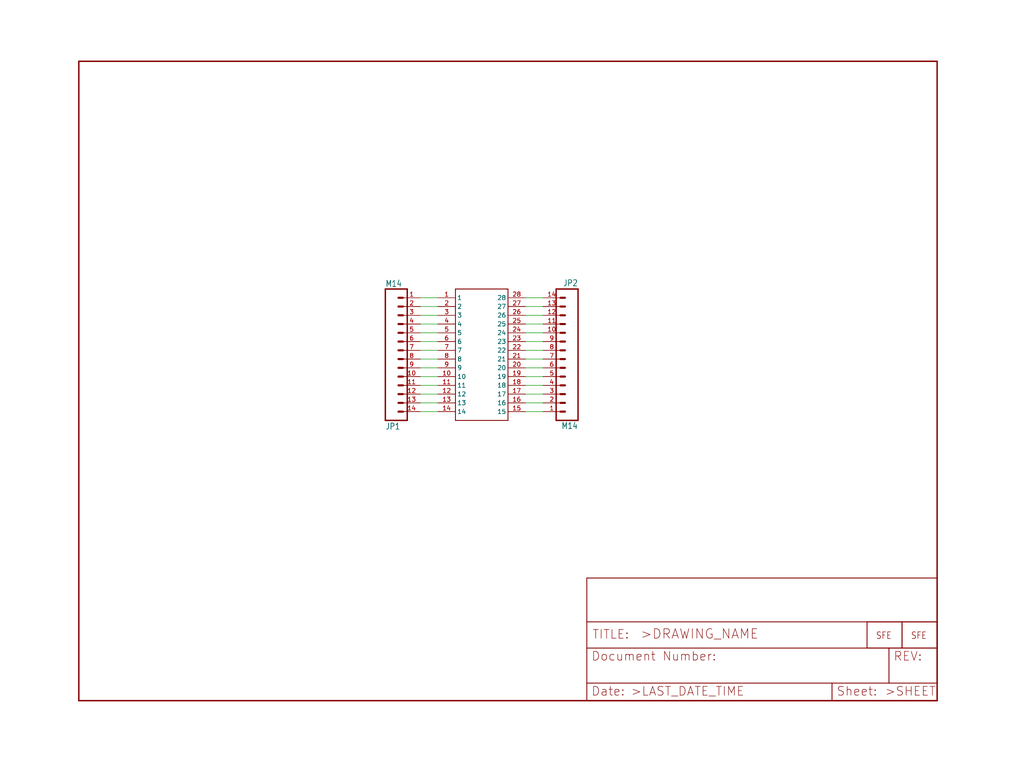
<source format=kicad_sch>
(kicad_sch (version 20211123) (generator eeschema)
  (paper "User" 297.002 223.926)
  (lib_symbols
    (symbol "eagleSchem-eagle-import:FRAME-LETTER"
      (symbol "FRAME-LETTER_1_0"
        (polyline (pts (xy 0 0) (xy 248.92 0)) (stroke (width 0.4064)))
        (polyline (pts (xy 0 185.42) (xy 0 0)) (stroke (width 0.4064)))
        (polyline (pts (xy 0 185.42) (xy 248.92 185.42)) (stroke (width 0.4064)))
        (polyline (pts (xy 248.92 185.42) (xy 248.92 0)) (stroke (width 0.4064)))
      )
      (symbol "FRAME-LETTER_2_0"
        (polyline (pts (xy 0 0) (xy 0 5.08)) (stroke (width 0.254)))
        (polyline (pts (xy 0 0) (xy 71.12 0)) (stroke (width 0.254)))
        (polyline (pts (xy 0 5.08) (xy 0 15.24)) (stroke (width 0.254)))
        (polyline (pts (xy 0 5.08) (xy 71.12 5.08)) (stroke (width 0.254)))
        (polyline (pts (xy 0 15.24) (xy 0 22.86)) (stroke (width 0.254)))
        (polyline (pts (xy 0 22.86) (xy 0 35.56)) (stroke (width 0.254)))
        (polyline (pts (xy 0 22.86) (xy 101.6 22.86)) (stroke (width 0.254)))
        (polyline (pts (xy 71.12 0) (xy 101.6 0)) (stroke (width 0.254)))
        (polyline (pts (xy 71.12 5.08) (xy 71.12 0)) (stroke (width 0.254)))
        (polyline (pts (xy 71.12 5.08) (xy 87.63 5.08)) (stroke (width 0.254)))
        (polyline (pts (xy 87.63 5.08) (xy 101.6 5.08)) (stroke (width 0.254)))
        (polyline (pts (xy 87.63 15.24) (xy 0 15.24)) (stroke (width 0.254)))
        (polyline (pts (xy 87.63 15.24) (xy 87.63 5.08)) (stroke (width 0.254)))
        (polyline (pts (xy 101.6 5.08) (xy 101.6 0)) (stroke (width 0.254)))
        (polyline (pts (xy 101.6 15.24) (xy 87.63 15.24)) (stroke (width 0.254)))
        (polyline (pts (xy 101.6 15.24) (xy 101.6 5.08)) (stroke (width 0.254)))
        (polyline (pts (xy 101.6 22.86) (xy 101.6 15.24)) (stroke (width 0.254)))
        (polyline (pts (xy 101.6 35.56) (xy 0 35.56)) (stroke (width 0.254)))
        (polyline (pts (xy 101.6 35.56) (xy 101.6 22.86)) (stroke (width 0.254)))
        (text ">DRAWING_NAME" (at 15.494 17.78 0) (effects (font (size 2.7432 2.7432)) (justify left bottom)))
        (text ">LAST_DATE_TIME" (at 12.7 1.27 0) (effects (font (size 2.54 2.54)) (justify left bottom)))
        (text ">SHEET" (at 86.36 1.27 0) (effects (font (size 2.54 2.54)) (justify left bottom)))
        (text "Date:" (at 1.27 1.27 0) (effects (font (size 2.54 2.54)) (justify left bottom)))
        (text "Document Number:" (at 1.27 11.43 0) (effects (font (size 2.54 2.54)) (justify left bottom)))
        (text "REV:" (at 88.9 11.43 0) (effects (font (size 2.54 2.54)) (justify left bottom)))
        (text "Sheet:" (at 72.39 1.27 0) (effects (font (size 2.54 2.54)) (justify left bottom)))
        (text "TITLE:" (at 1.524 17.78 0) (effects (font (size 2.54 2.54)) (justify left bottom)))
      )
    )
    (symbol "eagleSchem-eagle-import:LOGO-SFENEW"
      (symbol "LOGO-SFENEW_1_0"
        (polyline (pts (xy -2.54 -2.54) (xy 7.62 -2.54)) (stroke (width 0.254)))
        (polyline (pts (xy -2.54 5.08) (xy -2.54 -2.54)) (stroke (width 0.254)))
        (polyline (pts (xy 7.62 -2.54) (xy 7.62 5.08)) (stroke (width 0.254)))
        (polyline (pts (xy 7.62 5.08) (xy -2.54 5.08)) (stroke (width 0.254)))
        (text "SFE" (at 0 0 0) (effects (font (size 1.9304 1.6408)) (justify left bottom)))
      )
    )
    (symbol "eagleSchem-eagle-import:LOGO-SFESK"
      (symbol "LOGO-SFESK_1_0"
        (polyline (pts (xy -2.54 -2.54) (xy 7.62 -2.54)) (stroke (width 0.254)))
        (polyline (pts (xy -2.54 5.08) (xy -2.54 -2.54)) (stroke (width 0.254)))
        (polyline (pts (xy 7.62 -2.54) (xy 7.62 5.08)) (stroke (width 0.254)))
        (polyline (pts (xy 7.62 5.08) (xy -2.54 5.08)) (stroke (width 0.254)))
        (text "SFE" (at 0 0 0) (effects (font (size 1.9304 1.6408)) (justify left bottom)))
      )
    )
    (symbol "eagleSchem-eagle-import:M14"
      (property "Reference" "JP" (at 0 18.542 0))
      (property "Value" "M14" (at 0 -22.86 0))
      (symbol "M14_1_0"
        (polyline (pts (xy 0 17.78) (xy 0 -20.32)) (stroke (width 0.4064)))
        (polyline (pts (xy 0 17.78) (xy 6.35 17.78)) (stroke (width 0.4064)))
        (polyline (pts (xy 3.81 -17.78) (xy 5.08 -17.78)) (stroke (width 0.6096)))
        (polyline (pts (xy 3.81 -15.24) (xy 5.08 -15.24)) (stroke (width 0.6096)))
        (polyline (pts (xy 3.81 -12.7) (xy 5.08 -12.7)) (stroke (width 0.6096)))
        (polyline (pts (xy 3.81 -10.16) (xy 5.08 -10.16)) (stroke (width 0.6096)))
        (polyline (pts (xy 3.81 -7.62) (xy 5.08 -7.62)) (stroke (width 0.6096)))
        (polyline (pts (xy 3.81 -5.08) (xy 5.08 -5.08)) (stroke (width 0.6096)))
        (polyline (pts (xy 3.81 -2.54) (xy 5.08 -2.54)) (stroke (width 0.6096)))
        (polyline (pts (xy 3.81 0) (xy 5.08 0)) (stroke (width 0.6096)))
        (polyline (pts (xy 3.81 2.54) (xy 5.08 2.54)) (stroke (width 0.6096)))
        (polyline (pts (xy 3.81 5.08) (xy 5.08 5.08)) (stroke (width 0.6096)))
        (polyline (pts (xy 3.81 7.62) (xy 5.08 7.62)) (stroke (width 0.6096)))
        (polyline (pts (xy 3.81 10.16) (xy 5.08 10.16)) (stroke (width 0.6096)))
        (polyline (pts (xy 3.81 12.7) (xy 5.08 12.7)) (stroke (width 0.6096)))
        (polyline (pts (xy 3.81 15.24) (xy 5.08 15.24)) (stroke (width 0.6096)))
        (polyline (pts (xy 6.35 -20.32) (xy 0 -20.32)) (stroke (width 0.4064)))
        (polyline (pts (xy 6.35 -20.32) (xy 6.35 17.78)) (stroke (width 0.4064)))
        (pin passive line (at 10.16 -17.78 180) (length 5.08) (name "1") (number "1"))
        (pin passive line (at 10.16 5.08 180) (length 5.08) (name "10") (number "10"))
        (pin passive line (at 10.16 7.62 180) (length 5.08) (name "11") (number "11"))
        (pin passive line (at 10.16 10.16 180) (length 5.08) (name "12") (number "12"))
        (pin passive line (at 10.16 12.7 180) (length 5.08) (name "13") (number "13"))
        (pin passive line (at 10.16 15.24 180) (length 5.08) (name "14") (number "14"))
        (pin passive line (at 10.16 -15.24 180) (length 5.08) (name "2") (number "2"))
        (pin passive line (at 10.16 -12.7 180) (length 5.08) (name "3") (number "3"))
        (pin passive line (at 10.16 -10.16 180) (length 5.08) (name "4") (number "4"))
        (pin passive line (at 10.16 -7.62 180) (length 5.08) (name "5") (number "5"))
        (pin passive line (at 10.16 -5.08 180) (length 5.08) (name "6") (number "6"))
        (pin passive line (at 10.16 -2.54 180) (length 5.08) (name "7") (number "7"))
        (pin passive line (at 10.16 0 180) (length 5.08) (name "8") (number "8"))
        (pin passive line (at 10.16 2.54 180) (length 5.08) (name "9") (number "9"))
      )
    )
    (symbol "eagleSchem-eagle-import:SSOP28"
      (symbol "SSOP28_1_0"
        (polyline (pts (xy -7.62 -20.32) (xy -7.62 17.78)) (stroke (width 0.254)))
        (polyline (pts (xy -7.62 17.78) (xy 7.62 17.78)) (stroke (width 0.254)))
        (polyline (pts (xy 7.62 -20.32) (xy -7.62 -20.32)) (stroke (width 0.254)))
        (polyline (pts (xy 7.62 17.78) (xy 7.62 -20.32)) (stroke (width 0.254)))
        (pin bidirectional line (at -12.7 15.24 0) (length 5.08) (name "1") (number "1"))
        (pin bidirectional line (at -12.7 -7.62 0) (length 5.08) (name "10") (number "10"))
        (pin bidirectional line (at -12.7 -10.16 0) (length 5.08) (name "11") (number "11"))
        (pin bidirectional line (at -12.7 -12.7 0) (length 5.08) (name "12") (number "12"))
        (pin bidirectional line (at -12.7 -15.24 0) (length 5.08) (name "13") (number "13"))
        (pin bidirectional line (at -12.7 -17.78 0) (length 5.08) (name "14") (number "14"))
        (pin bidirectional line (at 12.7 -17.78 180) (length 5.08) (name "15") (number "15"))
        (pin bidirectional line (at 12.7 -15.24 180) (length 5.08) (name "16") (number "16"))
        (pin bidirectional line (at 12.7 -12.7 180) (length 5.08) (name "17") (number "17"))
        (pin bidirectional line (at 12.7 -10.16 180) (length 5.08) (name "18") (number "18"))
        (pin bidirectional line (at 12.7 -7.62 180) (length 5.08) (name "19") (number "19"))
        (pin bidirectional line (at -12.7 12.7 0) (length 5.08) (name "2") (number "2"))
        (pin bidirectional line (at 12.7 -5.08 180) (length 5.08) (name "20") (number "20"))
        (pin bidirectional line (at 12.7 -2.54 180) (length 5.08) (name "21") (number "21"))
        (pin bidirectional line (at 12.7 0 180) (length 5.08) (name "22") (number "22"))
        (pin bidirectional line (at 12.7 2.54 180) (length 5.08) (name "23") (number "23"))
        (pin bidirectional line (at 12.7 5.08 180) (length 5.08) (name "24") (number "24"))
        (pin bidirectional line (at 12.7 7.62 180) (length 5.08) (name "25") (number "25"))
        (pin bidirectional line (at 12.7 10.16 180) (length 5.08) (name "26") (number "26"))
        (pin bidirectional line (at 12.7 12.7 180) (length 5.08) (name "27") (number "27"))
        (pin bidirectional line (at 12.7 15.24 180) (length 5.08) (name "28") (number "28"))
        (pin bidirectional line (at -12.7 10.16 0) (length 5.08) (name "3") (number "3"))
        (pin bidirectional line (at -12.7 7.62 0) (length 5.08) (name "4") (number "4"))
        (pin bidirectional line (at -12.7 5.08 0) (length 5.08) (name "5") (number "5"))
        (pin bidirectional line (at -12.7 2.54 0) (length 5.08) (name "6") (number "6"))
        (pin bidirectional line (at -12.7 0 0) (length 5.08) (name "7") (number "7"))
        (pin bidirectional line (at -12.7 -2.54 0) (length 5.08) (name "8") (number "8"))
        (pin bidirectional line (at -12.7 -5.08 0) (length 5.08) (name "9") (number "9"))
      )
    )
  )
  (wire (pts (xy 157.48 111.76) (xy 152.4 111.76)))
  (wire (pts (xy 157.48 104.14) (xy 152.4 104.14)))
  (wire (pts (xy 121.92 114.3) (xy 127 114.3)))
  (wire (pts (xy 121.92 119.38) (xy 127 119.38)))
  (wire (pts (xy 121.92 116.84) (xy 127 116.84)))
  (wire (pts (xy 157.48 114.3) (xy 152.4 114.3)))
  (wire (pts (xy 157.48 86.36) (xy 152.4 86.36)))
  (wire (pts (xy 157.48 93.98) (xy 152.4 93.98)))
  (wire (pts (xy 157.48 88.9) (xy 152.4 88.9)))
  (wire (pts (xy 121.92 93.98) (xy 127 93.98)))
  (wire (pts (xy 121.92 104.14) (xy 127 104.14)))
  (wire (pts (xy 121.92 86.36) (xy 127 86.36)))
  (wire (pts (xy 157.48 116.84) (xy 152.4 116.84)))
  (wire (pts (xy 157.48 96.52) (xy 152.4 96.52)))
  (wire (pts (xy 157.48 99.06) (xy 152.4 99.06)))
  (wire (pts (xy 121.92 88.9) (xy 127 88.9)))
  (wire (pts (xy 121.92 99.06) (xy 127 99.06)))
  (wire (pts (xy 121.92 101.6) (xy 127 101.6)))
  (wire (pts (xy 121.92 106.68) (xy 127 106.68)))
  (wire (pts (xy 121.92 91.44) (xy 127 91.44)))
  (wire (pts (xy 157.48 119.38) (xy 152.4 119.38)))
  (wire (pts (xy 121.92 109.22) (xy 127 109.22)))
  (wire (pts (xy 157.48 109.22) (xy 152.4 109.22)))
  (wire (pts (xy 121.92 96.52) (xy 127 96.52)))
  (wire (pts (xy 121.92 111.76) (xy 127 111.76)))
  (wire (pts (xy 157.48 106.68) (xy 152.4 106.68)))
  (wire (pts (xy 157.48 101.6) (xy 152.4 101.6)))
  (wire (pts (xy 157.48 91.44) (xy 152.4 91.44)))
  (symbol (lib_id "eagleSchem-eagle-import:FRAME-LETTER") (at 22.86 203.2 0) (unit 1)
    (property "Reference" "#FRAME1" (effects hide))
    (property "Value" "FRAME-LETTER" (effects hide))
    (property "Footprint" "eagleSchem:" (effects hide))
  )
  (symbol (lib_id "eagleSchem-eagle-import:M14") (at 167.64 101.6 0) (mirror y) (unit 1)
    (property "Reference" "JP2" (at 167.64 83.058 0) (effects (font (size 1.778 1.5113)) (justify left bottom)))
    (property "Value" "M14" (at 167.64 124.46 0) (effects (font (size 1.778 1.5113)) (justify left bottom)))
    (property "Footprint" "eagleSchem:1X14" (effects hide))
  )
  (symbol (lib_id "eagleSchem-eagle-import:SSOP28") (at 139.7 101.6 0) (unit 1)
    (property "Reference" "U$2" (effects hide))
    (property "Value" "SSOP28" (effects hide))
    (property "Footprint" "eagleSchem:SSOP28DB" (effects hide))
  )
  (symbol (lib_id "eagleSchem-eagle-import:FRAME-LETTER") (at 170.18 203.2 0) (unit 2)
    (property "Reference" "#FRAME1" (effects hide))
    (property "Value" "FRAME-LETTER" (effects hide))
    (property "Footprint" "eagleSchem:" (effects hide))
  )
  (symbol (lib_id "eagleSchem-eagle-import:LOGO-SFESK") (at 264.16 185.42 0) (unit 1)
    (property "Reference" "U$1" (effects hide))
    (property "Value" "LOGO-SFESK" (effects hide))
    (property "Footprint" "eagleSchem:SFE-LOGO-FLAME" (effects hide))
  )
  (symbol (lib_id "eagleSchem-eagle-import:LOGO-SFENEW") (at 254 185.42 0) (unit 1)
    (property "Reference" "U$5" (effects hide))
    (property "Value" "LOGO-SFENEW" (effects hide))
    (property "Footprint" "eagleSchem:SFE-NEW-WEBLOGO" (effects hide))
  )
  (symbol (lib_id "eagleSchem-eagle-import:M14") (at 111.76 104.14 0) (mirror x) (unit 1)
    (property "Reference" "JP1" (at 111.76 122.682 0) (effects (font (size 1.778 1.5113)) (justify left bottom)))
    (property "Value" "M14" (at 111.76 81.28 0) (effects (font (size 1.778 1.5113)) (justify left bottom)))
    (property "Footprint" "eagleSchem:1X14" (effects hide))
  )
)
</source>
